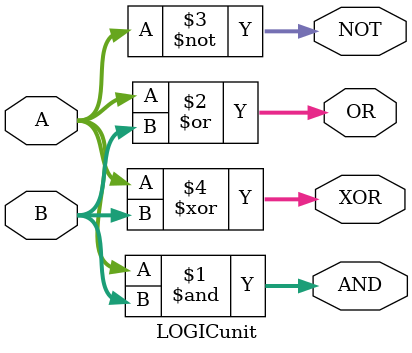
<source format=v>
module LOGICunit(
A,B,AND,OR,XOR,NOT);
input [15:0] A,B;
output [15:0] AND,OR,XOR,NOT;

assign AND = A&B;
assign OR = A|B;
assign NOT = ~A;
assign XOR = A^B;

endmodule 
</source>
